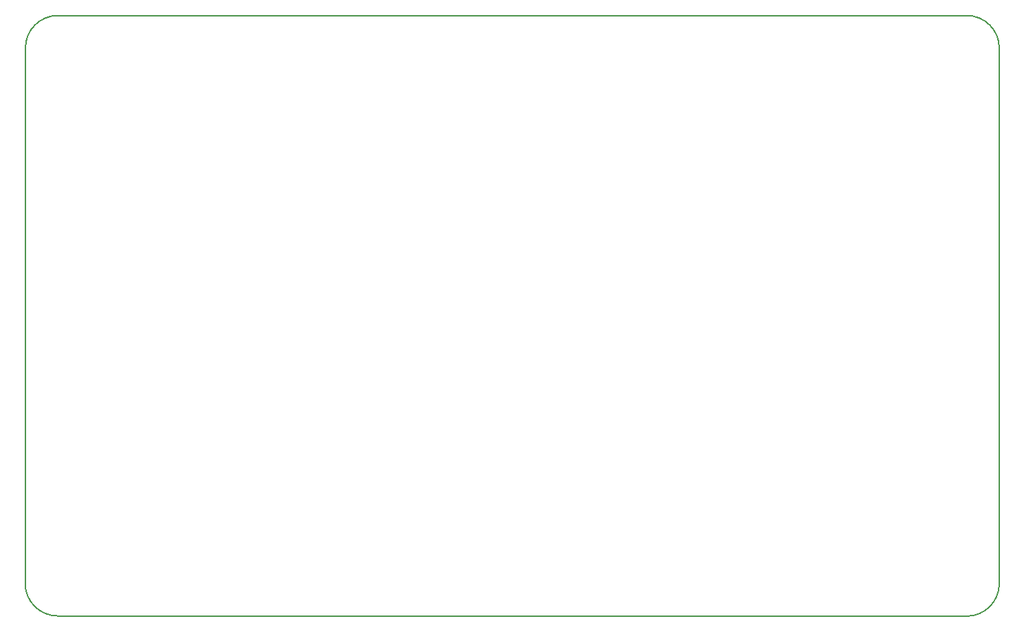
<source format=gko>
G04*
G04 #@! TF.GenerationSoftware,Altium Limited,Altium Designer,22.1.2 (22)*
G04*
G04 Layer_Color=16711935*
%FSLAX25Y25*%
%MOIN*%
G70*
G04*
G04 #@! TF.SameCoordinates,3CC87442-B0F0-4D04-9EAA-D9769B1F071C*
G04*
G04*
G04 #@! TF.FilePolarity,Positive*
G04*
G01*
G75*
%ADD10C,0.00787*%
D10*
X619390Y395276D02*
G03*
X603642Y411024I-15748J0D01*
G01*
Y119587D02*
G03*
X619390Y135335I0J15748D01*
G01*
X146949Y135433D02*
G03*
X162697Y119685I15748J0D01*
G01*
X162795Y411024D02*
G03*
X147047Y395276I0J-15748D01*
G01*
X146949Y135433D02*
Y395177D01*
X162795Y119587D02*
X603642D01*
X619390Y135335D02*
Y395276D01*
X162795Y411024D02*
X603642D01*
M02*

</source>
